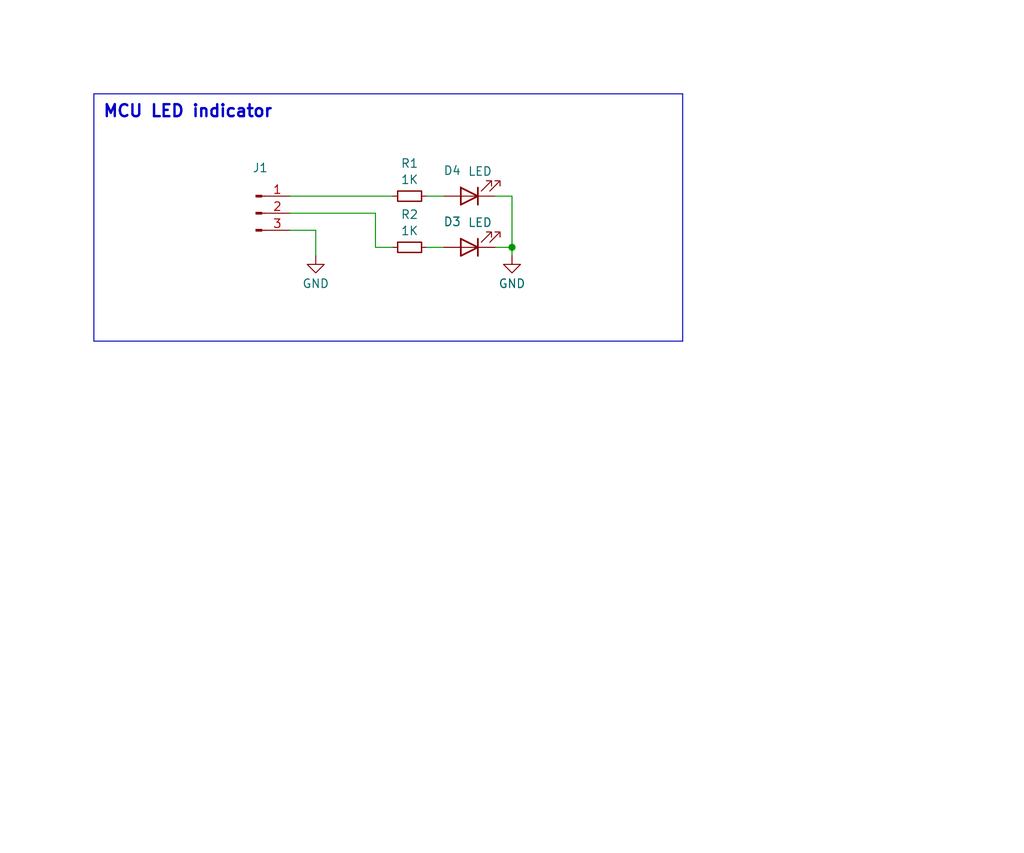
<source format=kicad_sch>
(kicad_sch (version 20231120) (generator "eeschema") (generator_version "8.0")
  (paper "User" 152.4 127)
  (title_block (title "HexSense Svalbard - PWR") (date "2023-05-23") (company "MIT Media Lab") (comment 1 "Fangzheng Liu"))
  (lib_symbols
    (symbol "Connector:Conn_01x03_Pin" (pin_names (offset 1.016) hide)
      (property "Reference" "J" (at 0 5.08 0))
      (property "Value" "Conn_01x03_Pin" (at 0 -5.08 0))
      (symbol "Conn_01x03_Pin_1_1"
        (polyline (pts (xy 1.27 -2.54) (xy 0.8636 -2.54)) (stroke (width 0.1524)))
        (polyline (pts (xy 1.27 0) (xy 0.8636 0)) (stroke (width 0.1524)))
        (polyline (pts (xy 1.27 2.54) (xy 0.8636 2.54)) (stroke (width 0.1524)))
        (rectangle (start 0.8636 -2.413) (end 0 -2.667) (stroke (width 0.1524)) (fill (type outline)))
        (rectangle (start 0.8636 0.127) (end 0 -0.127) (stroke (width 0.1524)) (fill (type outline)))
        (rectangle (start 0.8636 2.667) (end 0 2.413) (stroke (width 0.1524)) (fill (type outline)))
        (pin passive line (at 5.08 2.54 180) (length 3.81) (name "Pin_1") (number "1"))
        (pin passive line (at 5.08 0 180) (length 3.81) (name "Pin_2") (number "2"))
        (pin passive line (at 5.08 -2.54 180) (length 3.81) (name "Pin_3") (number "3"))
      )
    )
    (symbol "Device:LED" (pin_numbers hide) (pin_names (offset 1.016) hide)
      (property "Reference" "D" (at 0 2.54 0))
      (property "Value" "LED" (at 0 -2.54 0))
      (symbol "LED_0_1"
        (polyline (pts (xy -1.27 -1.27) (xy -1.27 1.27)) (stroke (width 0.254)))
        (polyline (pts (xy -1.27 0) (xy 1.27 0)))
        (polyline (pts (xy 1.27 -1.27) (xy 1.27 1.27) (xy -1.27 0) (xy 1.27 -1.27)) (stroke (width 0.254)))
        (polyline (pts (xy -3.048 -0.762) (xy -4.572 -2.286) (xy -3.81 -2.286) (xy -4.572 -2.286) (xy -4.572 -1.524)))
        (polyline (pts (xy -1.778 -0.762) (xy -3.302 -2.286) (xy -2.54 -2.286) (xy -3.302 -2.286) (xy -3.302 -1.524)))
      )
      (symbol "LED_1_1"
        (pin passive line (at -3.81 0 0) (length 2.54) (name "K") (number "1"))
        (pin passive line (at 3.81 0 180) (length 2.54) (name "A") (number "2"))
      )
    )
    (symbol "Device:R_Small" (pin_numbers hide) (pin_names (offset 0.254) hide)
      (property "Reference" "R" (at 0.762 0.508 0))
      (property "Value" "R_Small" (at 0.762 -1.016 0))
      (symbol "R_Small_0_1"
        (rectangle (start -0.762 1.778) (end 0.762 -1.778) (stroke (width 0.2032)))
      )
      (symbol "R_Small_1_1"
        (pin passive line (at 0 2.54 270) (length 0.762) (name "~") (number "1"))
        (pin passive line (at 0 -2.54 90) (length 0.762) (name "~") (number "2"))
      )
    )
    (symbol "power:GND" (power) (pin_numbers hide) (pin_names (offset 0) hide)
      (property "Value" "GND" (at 0 -3.81 0))
      (symbol "GND_0_1"
        (polyline (pts (xy 0 0) (xy 0 -1.27) (xy 1.27 -1.27) (xy 0 -2.54) (xy -1.27 -1.27) (xy 0 -1.27)))
      )
      (symbol "GND_1_1"
        (pin power_in line (at 0 0 270) (length 0) (name "~") (number "1"))
      )
    )
  )
  (junction (at 76.2 36.83))
  (wire (pts (xy 55.88 31.75) (xy 55.88 36.83)))
  (wire (pts (xy 46.99 34.29) (xy 46.99 38.1)))
  (wire (pts (xy 66.04 36.83) (xy 63.5 36.83)))
  (wire (pts (xy 43.18 34.29) (xy 46.99 34.29)))
  (wire (pts (xy 66.04 29.21) (xy 63.5 29.21)))
  (polyline (pts (xy 101.6 50.8) (xy 13.97 50.8)))
  (wire (pts (xy 73.66 36.83) (xy 76.2 36.83)))
  (wire (pts (xy 73.66 29.21) (xy 76.2 29.21)))
  (polyline (pts (xy 13.97 13.97) (xy 101.6 13.97)))
  (polyline (pts (xy 13.97 13.97) (xy 13.97 50.8)))
  (wire (pts (xy 76.2 36.83) (xy 76.2 38.1)))
  (wire (pts (xy 43.18 31.75) (xy 55.88 31.75)))
  (wire (pts (xy 55.88 36.83) (xy 58.42 36.83)))
  (wire (pts (xy 76.2 29.21) (xy 76.2 36.83)))
  (wire (pts (xy 43.18 29.21) (xy 58.42 29.21)))
  (polyline (pts (xy 101.6 13.97) (xy 101.6 50.8)))
  (text "MCU LED indicator" (at 15.24 17.78 0) (effects (font (size 1.778 1.778) (thickness 0.3556) (bold yes)) (justify left bottom)))
  (symbol (lib_id "Device:LED") (at 69.85 29.21 180) (unit 1)
    (property "Reference" "D4" (at 67.31 25.4 0))
    (property "Value" "LED" (at 71.4375 25.519 0))
    (property "Footprint" "LED_SMD:LED_1206_3216Metric_Pad1.42x1.75mm_HandSolder" (effects (hide yes)))
  )
  (symbol (lib_id "Connector:Conn_01x03_Pin") (at 38.1 31.75 0) (unit 1)
    (property "Reference" "J1" (at 38.735 24.9893 0))
    (property "Value" "Conn_01x03_Pin" (effects (hide yes)))
    (property "Footprint" "Connector_Harwin:Harwin_M20-89003xx_1x03_P2.54mm_Horizontal" (effects (hide yes)))
    (property "Description" "Generic connector, single row, 01x03, script generated" (effects (hide yes)))
  )
  (symbol (lib_id "Device:LED") (at 69.85 36.83 180) (unit 1)
    (property "Reference" "D3" (at 67.31 33.02 0))
    (property "Value" "LED" (at 71.4375 33.139 0))
    (property "Footprint" "LED_SMD:LED_1206_3216Metric_Pad1.42x1.75mm_HandSolder" (effects (hide yes)))
  )
  (symbol (lib_id "power:GND") (at 46.99 38.1 0) (unit 1)
    (property "Reference" "#PWR02" (effects (hide yes)))
    (property "Value" "GND" (at 46.99 42.2331 0))
    (property "Description" "Power symbol creates a global label with name \"GND\" , ground" (effects (hide yes)))
  )
  (symbol (lib_id "Device:R_Small") (at 60.96 36.83 90) (unit 1)
    (property "Reference" "R2" (at 60.96 31.9489 90))
    (property "Value" "1K" (at 60.96 34.3732 90))
    (property "Footprint" "Resistor_SMD:R_1206_3216Metric_Pad1.30x1.75mm_HandSolder" (effects (hide yes)))
    (property "Description" "Resistor, small symbol" (effects (hide yes)))
  )
  (symbol (lib_id "Device:R_Small") (at 60.96 29.21 90) (unit 1)
    (property "Reference" "R1" (at 60.96 24.3289 90))
    (property "Value" "1K" (at 60.96 26.7532 90))
    (property "Footprint" "Resistor_SMD:R_1206_3216Metric_Pad1.30x1.75mm_HandSolder" (effects (hide yes)))
    (property "Description" "Resistor, small symbol" (effects (hide yes)))
  )
  (symbol (lib_id "power:GND") (at 76.2 38.1 0) (unit 1)
    (property "Reference" "#PWR01" (effects (hide yes)))
    (property "Value" "GND" (at 76.2 42.2331 0))
    (property "Description" "Power symbol creates a global label with name \"GND\" , ground" (effects (hide yes)))
  )
)
</source>
